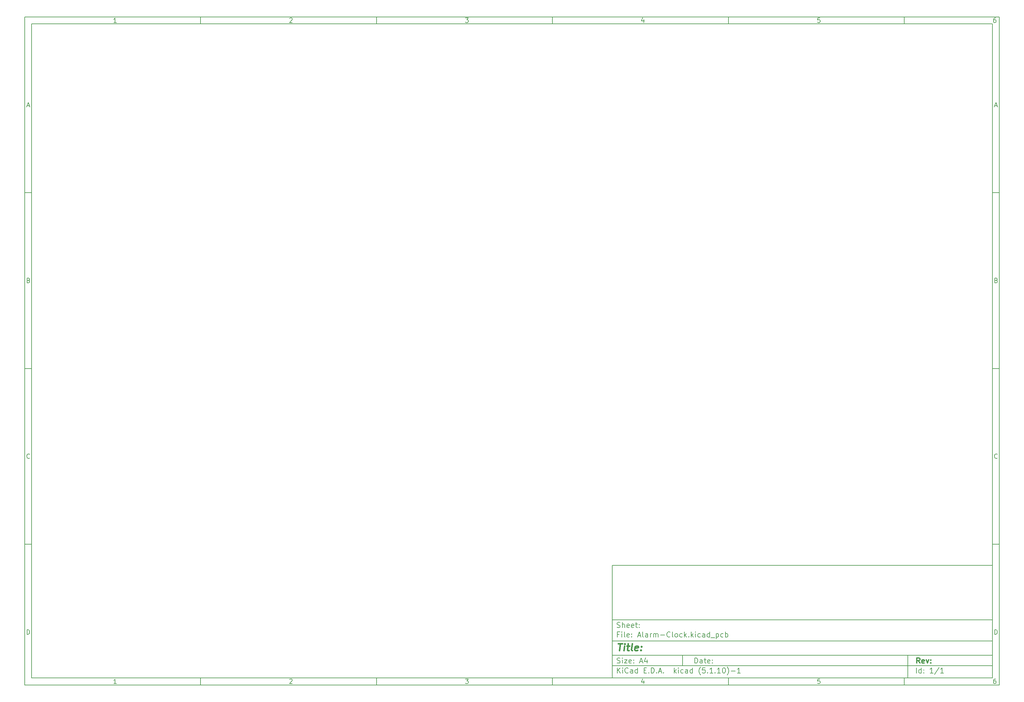
<source format=gbr>
%TF.GenerationSoftware,KiCad,Pcbnew,(5.1.10)-1*%
%TF.CreationDate,2021-11-24T23:11:51+01:00*%
%TF.ProjectId,Alarm-Clock,416c6172-6d2d-4436-9c6f-636b2e6b6963,rev?*%
%TF.SameCoordinates,Original*%
%TF.FileFunction,Paste,Bot*%
%TF.FilePolarity,Positive*%
%FSLAX46Y46*%
G04 Gerber Fmt 4.6, Leading zero omitted, Abs format (unit mm)*
G04 Created by KiCad (PCBNEW (5.1.10)-1) date 2021-11-24 23:11:51*
%MOMM*%
%LPD*%
G01*
G04 APERTURE LIST*
%ADD10C,0.100000*%
%ADD11C,0.150000*%
%ADD12C,0.300000*%
%ADD13C,0.400000*%
G04 APERTURE END LIST*
D10*
D11*
X177002200Y-166007200D02*
X177002200Y-198007200D01*
X285002200Y-198007200D01*
X285002200Y-166007200D01*
X177002200Y-166007200D01*
D10*
D11*
X10000000Y-10000000D02*
X10000000Y-200007200D01*
X287002200Y-200007200D01*
X287002200Y-10000000D01*
X10000000Y-10000000D01*
D10*
D11*
X12000000Y-12000000D02*
X12000000Y-198007200D01*
X285002200Y-198007200D01*
X285002200Y-12000000D01*
X12000000Y-12000000D01*
D10*
D11*
X60000000Y-12000000D02*
X60000000Y-10000000D01*
D10*
D11*
X110000000Y-12000000D02*
X110000000Y-10000000D01*
D10*
D11*
X160000000Y-12000000D02*
X160000000Y-10000000D01*
D10*
D11*
X210000000Y-12000000D02*
X210000000Y-10000000D01*
D10*
D11*
X260000000Y-12000000D02*
X260000000Y-10000000D01*
D10*
D11*
X36065476Y-11588095D02*
X35322619Y-11588095D01*
X35694047Y-11588095D02*
X35694047Y-10288095D01*
X35570238Y-10473809D01*
X35446428Y-10597619D01*
X35322619Y-10659523D01*
D10*
D11*
X85322619Y-10411904D02*
X85384523Y-10350000D01*
X85508333Y-10288095D01*
X85817857Y-10288095D01*
X85941666Y-10350000D01*
X86003571Y-10411904D01*
X86065476Y-10535714D01*
X86065476Y-10659523D01*
X86003571Y-10845238D01*
X85260714Y-11588095D01*
X86065476Y-11588095D01*
D10*
D11*
X135260714Y-10288095D02*
X136065476Y-10288095D01*
X135632142Y-10783333D01*
X135817857Y-10783333D01*
X135941666Y-10845238D01*
X136003571Y-10907142D01*
X136065476Y-11030952D01*
X136065476Y-11340476D01*
X136003571Y-11464285D01*
X135941666Y-11526190D01*
X135817857Y-11588095D01*
X135446428Y-11588095D01*
X135322619Y-11526190D01*
X135260714Y-11464285D01*
D10*
D11*
X185941666Y-10721428D02*
X185941666Y-11588095D01*
X185632142Y-10226190D02*
X185322619Y-11154761D01*
X186127380Y-11154761D01*
D10*
D11*
X236003571Y-10288095D02*
X235384523Y-10288095D01*
X235322619Y-10907142D01*
X235384523Y-10845238D01*
X235508333Y-10783333D01*
X235817857Y-10783333D01*
X235941666Y-10845238D01*
X236003571Y-10907142D01*
X236065476Y-11030952D01*
X236065476Y-11340476D01*
X236003571Y-11464285D01*
X235941666Y-11526190D01*
X235817857Y-11588095D01*
X235508333Y-11588095D01*
X235384523Y-11526190D01*
X235322619Y-11464285D01*
D10*
D11*
X285941666Y-10288095D02*
X285694047Y-10288095D01*
X285570238Y-10350000D01*
X285508333Y-10411904D01*
X285384523Y-10597619D01*
X285322619Y-10845238D01*
X285322619Y-11340476D01*
X285384523Y-11464285D01*
X285446428Y-11526190D01*
X285570238Y-11588095D01*
X285817857Y-11588095D01*
X285941666Y-11526190D01*
X286003571Y-11464285D01*
X286065476Y-11340476D01*
X286065476Y-11030952D01*
X286003571Y-10907142D01*
X285941666Y-10845238D01*
X285817857Y-10783333D01*
X285570238Y-10783333D01*
X285446428Y-10845238D01*
X285384523Y-10907142D01*
X285322619Y-11030952D01*
D10*
D11*
X60000000Y-198007200D02*
X60000000Y-200007200D01*
D10*
D11*
X110000000Y-198007200D02*
X110000000Y-200007200D01*
D10*
D11*
X160000000Y-198007200D02*
X160000000Y-200007200D01*
D10*
D11*
X210000000Y-198007200D02*
X210000000Y-200007200D01*
D10*
D11*
X260000000Y-198007200D02*
X260000000Y-200007200D01*
D10*
D11*
X36065476Y-199595295D02*
X35322619Y-199595295D01*
X35694047Y-199595295D02*
X35694047Y-198295295D01*
X35570238Y-198481009D01*
X35446428Y-198604819D01*
X35322619Y-198666723D01*
D10*
D11*
X85322619Y-198419104D02*
X85384523Y-198357200D01*
X85508333Y-198295295D01*
X85817857Y-198295295D01*
X85941666Y-198357200D01*
X86003571Y-198419104D01*
X86065476Y-198542914D01*
X86065476Y-198666723D01*
X86003571Y-198852438D01*
X85260714Y-199595295D01*
X86065476Y-199595295D01*
D10*
D11*
X135260714Y-198295295D02*
X136065476Y-198295295D01*
X135632142Y-198790533D01*
X135817857Y-198790533D01*
X135941666Y-198852438D01*
X136003571Y-198914342D01*
X136065476Y-199038152D01*
X136065476Y-199347676D01*
X136003571Y-199471485D01*
X135941666Y-199533390D01*
X135817857Y-199595295D01*
X135446428Y-199595295D01*
X135322619Y-199533390D01*
X135260714Y-199471485D01*
D10*
D11*
X185941666Y-198728628D02*
X185941666Y-199595295D01*
X185632142Y-198233390D02*
X185322619Y-199161961D01*
X186127380Y-199161961D01*
D10*
D11*
X236003571Y-198295295D02*
X235384523Y-198295295D01*
X235322619Y-198914342D01*
X235384523Y-198852438D01*
X235508333Y-198790533D01*
X235817857Y-198790533D01*
X235941666Y-198852438D01*
X236003571Y-198914342D01*
X236065476Y-199038152D01*
X236065476Y-199347676D01*
X236003571Y-199471485D01*
X235941666Y-199533390D01*
X235817857Y-199595295D01*
X235508333Y-199595295D01*
X235384523Y-199533390D01*
X235322619Y-199471485D01*
D10*
D11*
X285941666Y-198295295D02*
X285694047Y-198295295D01*
X285570238Y-198357200D01*
X285508333Y-198419104D01*
X285384523Y-198604819D01*
X285322619Y-198852438D01*
X285322619Y-199347676D01*
X285384523Y-199471485D01*
X285446428Y-199533390D01*
X285570238Y-199595295D01*
X285817857Y-199595295D01*
X285941666Y-199533390D01*
X286003571Y-199471485D01*
X286065476Y-199347676D01*
X286065476Y-199038152D01*
X286003571Y-198914342D01*
X285941666Y-198852438D01*
X285817857Y-198790533D01*
X285570238Y-198790533D01*
X285446428Y-198852438D01*
X285384523Y-198914342D01*
X285322619Y-199038152D01*
D10*
D11*
X10000000Y-60000000D02*
X12000000Y-60000000D01*
D10*
D11*
X10000000Y-110000000D02*
X12000000Y-110000000D01*
D10*
D11*
X10000000Y-160000000D02*
X12000000Y-160000000D01*
D10*
D11*
X10690476Y-35216666D02*
X11309523Y-35216666D01*
X10566666Y-35588095D02*
X11000000Y-34288095D01*
X11433333Y-35588095D01*
D10*
D11*
X11092857Y-84907142D02*
X11278571Y-84969047D01*
X11340476Y-85030952D01*
X11402380Y-85154761D01*
X11402380Y-85340476D01*
X11340476Y-85464285D01*
X11278571Y-85526190D01*
X11154761Y-85588095D01*
X10659523Y-85588095D01*
X10659523Y-84288095D01*
X11092857Y-84288095D01*
X11216666Y-84350000D01*
X11278571Y-84411904D01*
X11340476Y-84535714D01*
X11340476Y-84659523D01*
X11278571Y-84783333D01*
X11216666Y-84845238D01*
X11092857Y-84907142D01*
X10659523Y-84907142D01*
D10*
D11*
X11402380Y-135464285D02*
X11340476Y-135526190D01*
X11154761Y-135588095D01*
X11030952Y-135588095D01*
X10845238Y-135526190D01*
X10721428Y-135402380D01*
X10659523Y-135278571D01*
X10597619Y-135030952D01*
X10597619Y-134845238D01*
X10659523Y-134597619D01*
X10721428Y-134473809D01*
X10845238Y-134350000D01*
X11030952Y-134288095D01*
X11154761Y-134288095D01*
X11340476Y-134350000D01*
X11402380Y-134411904D01*
D10*
D11*
X10659523Y-185588095D02*
X10659523Y-184288095D01*
X10969047Y-184288095D01*
X11154761Y-184350000D01*
X11278571Y-184473809D01*
X11340476Y-184597619D01*
X11402380Y-184845238D01*
X11402380Y-185030952D01*
X11340476Y-185278571D01*
X11278571Y-185402380D01*
X11154761Y-185526190D01*
X10969047Y-185588095D01*
X10659523Y-185588095D01*
D10*
D11*
X287002200Y-60000000D02*
X285002200Y-60000000D01*
D10*
D11*
X287002200Y-110000000D02*
X285002200Y-110000000D01*
D10*
D11*
X287002200Y-160000000D02*
X285002200Y-160000000D01*
D10*
D11*
X285692676Y-35216666D02*
X286311723Y-35216666D01*
X285568866Y-35588095D02*
X286002200Y-34288095D01*
X286435533Y-35588095D01*
D10*
D11*
X286095057Y-84907142D02*
X286280771Y-84969047D01*
X286342676Y-85030952D01*
X286404580Y-85154761D01*
X286404580Y-85340476D01*
X286342676Y-85464285D01*
X286280771Y-85526190D01*
X286156961Y-85588095D01*
X285661723Y-85588095D01*
X285661723Y-84288095D01*
X286095057Y-84288095D01*
X286218866Y-84350000D01*
X286280771Y-84411904D01*
X286342676Y-84535714D01*
X286342676Y-84659523D01*
X286280771Y-84783333D01*
X286218866Y-84845238D01*
X286095057Y-84907142D01*
X285661723Y-84907142D01*
D10*
D11*
X286404580Y-135464285D02*
X286342676Y-135526190D01*
X286156961Y-135588095D01*
X286033152Y-135588095D01*
X285847438Y-135526190D01*
X285723628Y-135402380D01*
X285661723Y-135278571D01*
X285599819Y-135030952D01*
X285599819Y-134845238D01*
X285661723Y-134597619D01*
X285723628Y-134473809D01*
X285847438Y-134350000D01*
X286033152Y-134288095D01*
X286156961Y-134288095D01*
X286342676Y-134350000D01*
X286404580Y-134411904D01*
D10*
D11*
X285661723Y-185588095D02*
X285661723Y-184288095D01*
X285971247Y-184288095D01*
X286156961Y-184350000D01*
X286280771Y-184473809D01*
X286342676Y-184597619D01*
X286404580Y-184845238D01*
X286404580Y-185030952D01*
X286342676Y-185278571D01*
X286280771Y-185402380D01*
X286156961Y-185526190D01*
X285971247Y-185588095D01*
X285661723Y-185588095D01*
D10*
D11*
X200434342Y-193785771D02*
X200434342Y-192285771D01*
X200791485Y-192285771D01*
X201005771Y-192357200D01*
X201148628Y-192500057D01*
X201220057Y-192642914D01*
X201291485Y-192928628D01*
X201291485Y-193142914D01*
X201220057Y-193428628D01*
X201148628Y-193571485D01*
X201005771Y-193714342D01*
X200791485Y-193785771D01*
X200434342Y-193785771D01*
X202577200Y-193785771D02*
X202577200Y-193000057D01*
X202505771Y-192857200D01*
X202362914Y-192785771D01*
X202077200Y-192785771D01*
X201934342Y-192857200D01*
X202577200Y-193714342D02*
X202434342Y-193785771D01*
X202077200Y-193785771D01*
X201934342Y-193714342D01*
X201862914Y-193571485D01*
X201862914Y-193428628D01*
X201934342Y-193285771D01*
X202077200Y-193214342D01*
X202434342Y-193214342D01*
X202577200Y-193142914D01*
X203077200Y-192785771D02*
X203648628Y-192785771D01*
X203291485Y-192285771D02*
X203291485Y-193571485D01*
X203362914Y-193714342D01*
X203505771Y-193785771D01*
X203648628Y-193785771D01*
X204720057Y-193714342D02*
X204577200Y-193785771D01*
X204291485Y-193785771D01*
X204148628Y-193714342D01*
X204077200Y-193571485D01*
X204077200Y-193000057D01*
X204148628Y-192857200D01*
X204291485Y-192785771D01*
X204577200Y-192785771D01*
X204720057Y-192857200D01*
X204791485Y-193000057D01*
X204791485Y-193142914D01*
X204077200Y-193285771D01*
X205434342Y-193642914D02*
X205505771Y-193714342D01*
X205434342Y-193785771D01*
X205362914Y-193714342D01*
X205434342Y-193642914D01*
X205434342Y-193785771D01*
X205434342Y-192857200D02*
X205505771Y-192928628D01*
X205434342Y-193000057D01*
X205362914Y-192928628D01*
X205434342Y-192857200D01*
X205434342Y-193000057D01*
D10*
D11*
X177002200Y-194507200D02*
X285002200Y-194507200D01*
D10*
D11*
X178434342Y-196585771D02*
X178434342Y-195085771D01*
X179291485Y-196585771D02*
X178648628Y-195728628D01*
X179291485Y-195085771D02*
X178434342Y-195942914D01*
X179934342Y-196585771D02*
X179934342Y-195585771D01*
X179934342Y-195085771D02*
X179862914Y-195157200D01*
X179934342Y-195228628D01*
X180005771Y-195157200D01*
X179934342Y-195085771D01*
X179934342Y-195228628D01*
X181505771Y-196442914D02*
X181434342Y-196514342D01*
X181220057Y-196585771D01*
X181077200Y-196585771D01*
X180862914Y-196514342D01*
X180720057Y-196371485D01*
X180648628Y-196228628D01*
X180577200Y-195942914D01*
X180577200Y-195728628D01*
X180648628Y-195442914D01*
X180720057Y-195300057D01*
X180862914Y-195157200D01*
X181077200Y-195085771D01*
X181220057Y-195085771D01*
X181434342Y-195157200D01*
X181505771Y-195228628D01*
X182791485Y-196585771D02*
X182791485Y-195800057D01*
X182720057Y-195657200D01*
X182577200Y-195585771D01*
X182291485Y-195585771D01*
X182148628Y-195657200D01*
X182791485Y-196514342D02*
X182648628Y-196585771D01*
X182291485Y-196585771D01*
X182148628Y-196514342D01*
X182077200Y-196371485D01*
X182077200Y-196228628D01*
X182148628Y-196085771D01*
X182291485Y-196014342D01*
X182648628Y-196014342D01*
X182791485Y-195942914D01*
X184148628Y-196585771D02*
X184148628Y-195085771D01*
X184148628Y-196514342D02*
X184005771Y-196585771D01*
X183720057Y-196585771D01*
X183577200Y-196514342D01*
X183505771Y-196442914D01*
X183434342Y-196300057D01*
X183434342Y-195871485D01*
X183505771Y-195728628D01*
X183577200Y-195657200D01*
X183720057Y-195585771D01*
X184005771Y-195585771D01*
X184148628Y-195657200D01*
X186005771Y-195800057D02*
X186505771Y-195800057D01*
X186720057Y-196585771D02*
X186005771Y-196585771D01*
X186005771Y-195085771D01*
X186720057Y-195085771D01*
X187362914Y-196442914D02*
X187434342Y-196514342D01*
X187362914Y-196585771D01*
X187291485Y-196514342D01*
X187362914Y-196442914D01*
X187362914Y-196585771D01*
X188077200Y-196585771D02*
X188077200Y-195085771D01*
X188434342Y-195085771D01*
X188648628Y-195157200D01*
X188791485Y-195300057D01*
X188862914Y-195442914D01*
X188934342Y-195728628D01*
X188934342Y-195942914D01*
X188862914Y-196228628D01*
X188791485Y-196371485D01*
X188648628Y-196514342D01*
X188434342Y-196585771D01*
X188077200Y-196585771D01*
X189577200Y-196442914D02*
X189648628Y-196514342D01*
X189577200Y-196585771D01*
X189505771Y-196514342D01*
X189577200Y-196442914D01*
X189577200Y-196585771D01*
X190220057Y-196157200D02*
X190934342Y-196157200D01*
X190077200Y-196585771D02*
X190577200Y-195085771D01*
X191077200Y-196585771D01*
X191577200Y-196442914D02*
X191648628Y-196514342D01*
X191577200Y-196585771D01*
X191505771Y-196514342D01*
X191577200Y-196442914D01*
X191577200Y-196585771D01*
X194577200Y-196585771D02*
X194577200Y-195085771D01*
X194720057Y-196014342D02*
X195148628Y-196585771D01*
X195148628Y-195585771D02*
X194577200Y-196157200D01*
X195791485Y-196585771D02*
X195791485Y-195585771D01*
X195791485Y-195085771D02*
X195720057Y-195157200D01*
X195791485Y-195228628D01*
X195862914Y-195157200D01*
X195791485Y-195085771D01*
X195791485Y-195228628D01*
X197148628Y-196514342D02*
X197005771Y-196585771D01*
X196720057Y-196585771D01*
X196577200Y-196514342D01*
X196505771Y-196442914D01*
X196434342Y-196300057D01*
X196434342Y-195871485D01*
X196505771Y-195728628D01*
X196577200Y-195657200D01*
X196720057Y-195585771D01*
X197005771Y-195585771D01*
X197148628Y-195657200D01*
X198434342Y-196585771D02*
X198434342Y-195800057D01*
X198362914Y-195657200D01*
X198220057Y-195585771D01*
X197934342Y-195585771D01*
X197791485Y-195657200D01*
X198434342Y-196514342D02*
X198291485Y-196585771D01*
X197934342Y-196585771D01*
X197791485Y-196514342D01*
X197720057Y-196371485D01*
X197720057Y-196228628D01*
X197791485Y-196085771D01*
X197934342Y-196014342D01*
X198291485Y-196014342D01*
X198434342Y-195942914D01*
X199791485Y-196585771D02*
X199791485Y-195085771D01*
X199791485Y-196514342D02*
X199648628Y-196585771D01*
X199362914Y-196585771D01*
X199220057Y-196514342D01*
X199148628Y-196442914D01*
X199077200Y-196300057D01*
X199077200Y-195871485D01*
X199148628Y-195728628D01*
X199220057Y-195657200D01*
X199362914Y-195585771D01*
X199648628Y-195585771D01*
X199791485Y-195657200D01*
X202077200Y-197157200D02*
X202005771Y-197085771D01*
X201862914Y-196871485D01*
X201791485Y-196728628D01*
X201720057Y-196514342D01*
X201648628Y-196157200D01*
X201648628Y-195871485D01*
X201720057Y-195514342D01*
X201791485Y-195300057D01*
X201862914Y-195157200D01*
X202005771Y-194942914D01*
X202077200Y-194871485D01*
X203362914Y-195085771D02*
X202648628Y-195085771D01*
X202577200Y-195800057D01*
X202648628Y-195728628D01*
X202791485Y-195657200D01*
X203148628Y-195657200D01*
X203291485Y-195728628D01*
X203362914Y-195800057D01*
X203434342Y-195942914D01*
X203434342Y-196300057D01*
X203362914Y-196442914D01*
X203291485Y-196514342D01*
X203148628Y-196585771D01*
X202791485Y-196585771D01*
X202648628Y-196514342D01*
X202577200Y-196442914D01*
X204077200Y-196442914D02*
X204148628Y-196514342D01*
X204077200Y-196585771D01*
X204005771Y-196514342D01*
X204077200Y-196442914D01*
X204077200Y-196585771D01*
X205577200Y-196585771D02*
X204720057Y-196585771D01*
X205148628Y-196585771D02*
X205148628Y-195085771D01*
X205005771Y-195300057D01*
X204862914Y-195442914D01*
X204720057Y-195514342D01*
X206220057Y-196442914D02*
X206291485Y-196514342D01*
X206220057Y-196585771D01*
X206148628Y-196514342D01*
X206220057Y-196442914D01*
X206220057Y-196585771D01*
X207720057Y-196585771D02*
X206862914Y-196585771D01*
X207291485Y-196585771D02*
X207291485Y-195085771D01*
X207148628Y-195300057D01*
X207005771Y-195442914D01*
X206862914Y-195514342D01*
X208648628Y-195085771D02*
X208791485Y-195085771D01*
X208934342Y-195157200D01*
X209005771Y-195228628D01*
X209077200Y-195371485D01*
X209148628Y-195657200D01*
X209148628Y-196014342D01*
X209077200Y-196300057D01*
X209005771Y-196442914D01*
X208934342Y-196514342D01*
X208791485Y-196585771D01*
X208648628Y-196585771D01*
X208505771Y-196514342D01*
X208434342Y-196442914D01*
X208362914Y-196300057D01*
X208291485Y-196014342D01*
X208291485Y-195657200D01*
X208362914Y-195371485D01*
X208434342Y-195228628D01*
X208505771Y-195157200D01*
X208648628Y-195085771D01*
X209648628Y-197157200D02*
X209720057Y-197085771D01*
X209862914Y-196871485D01*
X209934342Y-196728628D01*
X210005771Y-196514342D01*
X210077200Y-196157200D01*
X210077200Y-195871485D01*
X210005771Y-195514342D01*
X209934342Y-195300057D01*
X209862914Y-195157200D01*
X209720057Y-194942914D01*
X209648628Y-194871485D01*
X210791485Y-196014342D02*
X211934342Y-196014342D01*
X213434342Y-196585771D02*
X212577200Y-196585771D01*
X213005771Y-196585771D02*
X213005771Y-195085771D01*
X212862914Y-195300057D01*
X212720057Y-195442914D01*
X212577200Y-195514342D01*
D10*
D11*
X177002200Y-191507200D02*
X285002200Y-191507200D01*
D10*
D12*
X264411485Y-193785771D02*
X263911485Y-193071485D01*
X263554342Y-193785771D02*
X263554342Y-192285771D01*
X264125771Y-192285771D01*
X264268628Y-192357200D01*
X264340057Y-192428628D01*
X264411485Y-192571485D01*
X264411485Y-192785771D01*
X264340057Y-192928628D01*
X264268628Y-193000057D01*
X264125771Y-193071485D01*
X263554342Y-193071485D01*
X265625771Y-193714342D02*
X265482914Y-193785771D01*
X265197200Y-193785771D01*
X265054342Y-193714342D01*
X264982914Y-193571485D01*
X264982914Y-193000057D01*
X265054342Y-192857200D01*
X265197200Y-192785771D01*
X265482914Y-192785771D01*
X265625771Y-192857200D01*
X265697200Y-193000057D01*
X265697200Y-193142914D01*
X264982914Y-193285771D01*
X266197200Y-192785771D02*
X266554342Y-193785771D01*
X266911485Y-192785771D01*
X267482914Y-193642914D02*
X267554342Y-193714342D01*
X267482914Y-193785771D01*
X267411485Y-193714342D01*
X267482914Y-193642914D01*
X267482914Y-193785771D01*
X267482914Y-192857200D02*
X267554342Y-192928628D01*
X267482914Y-193000057D01*
X267411485Y-192928628D01*
X267482914Y-192857200D01*
X267482914Y-193000057D01*
D10*
D11*
X178362914Y-193714342D02*
X178577200Y-193785771D01*
X178934342Y-193785771D01*
X179077200Y-193714342D01*
X179148628Y-193642914D01*
X179220057Y-193500057D01*
X179220057Y-193357200D01*
X179148628Y-193214342D01*
X179077200Y-193142914D01*
X178934342Y-193071485D01*
X178648628Y-193000057D01*
X178505771Y-192928628D01*
X178434342Y-192857200D01*
X178362914Y-192714342D01*
X178362914Y-192571485D01*
X178434342Y-192428628D01*
X178505771Y-192357200D01*
X178648628Y-192285771D01*
X179005771Y-192285771D01*
X179220057Y-192357200D01*
X179862914Y-193785771D02*
X179862914Y-192785771D01*
X179862914Y-192285771D02*
X179791485Y-192357200D01*
X179862914Y-192428628D01*
X179934342Y-192357200D01*
X179862914Y-192285771D01*
X179862914Y-192428628D01*
X180434342Y-192785771D02*
X181220057Y-192785771D01*
X180434342Y-193785771D01*
X181220057Y-193785771D01*
X182362914Y-193714342D02*
X182220057Y-193785771D01*
X181934342Y-193785771D01*
X181791485Y-193714342D01*
X181720057Y-193571485D01*
X181720057Y-193000057D01*
X181791485Y-192857200D01*
X181934342Y-192785771D01*
X182220057Y-192785771D01*
X182362914Y-192857200D01*
X182434342Y-193000057D01*
X182434342Y-193142914D01*
X181720057Y-193285771D01*
X183077200Y-193642914D02*
X183148628Y-193714342D01*
X183077200Y-193785771D01*
X183005771Y-193714342D01*
X183077200Y-193642914D01*
X183077200Y-193785771D01*
X183077200Y-192857200D02*
X183148628Y-192928628D01*
X183077200Y-193000057D01*
X183005771Y-192928628D01*
X183077200Y-192857200D01*
X183077200Y-193000057D01*
X184862914Y-193357200D02*
X185577200Y-193357200D01*
X184720057Y-193785771D02*
X185220057Y-192285771D01*
X185720057Y-193785771D01*
X186862914Y-192785771D02*
X186862914Y-193785771D01*
X186505771Y-192214342D02*
X186148628Y-193285771D01*
X187077200Y-193285771D01*
D10*
D11*
X263434342Y-196585771D02*
X263434342Y-195085771D01*
X264791485Y-196585771D02*
X264791485Y-195085771D01*
X264791485Y-196514342D02*
X264648628Y-196585771D01*
X264362914Y-196585771D01*
X264220057Y-196514342D01*
X264148628Y-196442914D01*
X264077200Y-196300057D01*
X264077200Y-195871485D01*
X264148628Y-195728628D01*
X264220057Y-195657200D01*
X264362914Y-195585771D01*
X264648628Y-195585771D01*
X264791485Y-195657200D01*
X265505771Y-196442914D02*
X265577200Y-196514342D01*
X265505771Y-196585771D01*
X265434342Y-196514342D01*
X265505771Y-196442914D01*
X265505771Y-196585771D01*
X265505771Y-195657200D02*
X265577200Y-195728628D01*
X265505771Y-195800057D01*
X265434342Y-195728628D01*
X265505771Y-195657200D01*
X265505771Y-195800057D01*
X268148628Y-196585771D02*
X267291485Y-196585771D01*
X267720057Y-196585771D02*
X267720057Y-195085771D01*
X267577200Y-195300057D01*
X267434342Y-195442914D01*
X267291485Y-195514342D01*
X269862914Y-195014342D02*
X268577200Y-196942914D01*
X271148628Y-196585771D02*
X270291485Y-196585771D01*
X270720057Y-196585771D02*
X270720057Y-195085771D01*
X270577200Y-195300057D01*
X270434342Y-195442914D01*
X270291485Y-195514342D01*
D10*
D11*
X177002200Y-187507200D02*
X285002200Y-187507200D01*
D10*
D13*
X178714580Y-188211961D02*
X179857438Y-188211961D01*
X179036009Y-190211961D02*
X179286009Y-188211961D01*
X180274104Y-190211961D02*
X180440771Y-188878628D01*
X180524104Y-188211961D02*
X180416961Y-188307200D01*
X180500295Y-188402438D01*
X180607438Y-188307200D01*
X180524104Y-188211961D01*
X180500295Y-188402438D01*
X181107438Y-188878628D02*
X181869342Y-188878628D01*
X181476485Y-188211961D02*
X181262200Y-189926247D01*
X181333628Y-190116723D01*
X181512200Y-190211961D01*
X181702676Y-190211961D01*
X182655057Y-190211961D02*
X182476485Y-190116723D01*
X182405057Y-189926247D01*
X182619342Y-188211961D01*
X184190771Y-190116723D02*
X183988390Y-190211961D01*
X183607438Y-190211961D01*
X183428866Y-190116723D01*
X183357438Y-189926247D01*
X183452676Y-189164342D01*
X183571723Y-188973866D01*
X183774104Y-188878628D01*
X184155057Y-188878628D01*
X184333628Y-188973866D01*
X184405057Y-189164342D01*
X184381247Y-189354819D01*
X183405057Y-189545295D01*
X185155057Y-190021485D02*
X185238390Y-190116723D01*
X185131247Y-190211961D01*
X185047914Y-190116723D01*
X185155057Y-190021485D01*
X185131247Y-190211961D01*
X185286009Y-188973866D02*
X185369342Y-189069104D01*
X185262200Y-189164342D01*
X185178866Y-189069104D01*
X185286009Y-188973866D01*
X185262200Y-189164342D01*
D10*
D11*
X178934342Y-185600057D02*
X178434342Y-185600057D01*
X178434342Y-186385771D02*
X178434342Y-184885771D01*
X179148628Y-184885771D01*
X179720057Y-186385771D02*
X179720057Y-185385771D01*
X179720057Y-184885771D02*
X179648628Y-184957200D01*
X179720057Y-185028628D01*
X179791485Y-184957200D01*
X179720057Y-184885771D01*
X179720057Y-185028628D01*
X180648628Y-186385771D02*
X180505771Y-186314342D01*
X180434342Y-186171485D01*
X180434342Y-184885771D01*
X181791485Y-186314342D02*
X181648628Y-186385771D01*
X181362914Y-186385771D01*
X181220057Y-186314342D01*
X181148628Y-186171485D01*
X181148628Y-185600057D01*
X181220057Y-185457200D01*
X181362914Y-185385771D01*
X181648628Y-185385771D01*
X181791485Y-185457200D01*
X181862914Y-185600057D01*
X181862914Y-185742914D01*
X181148628Y-185885771D01*
X182505771Y-186242914D02*
X182577200Y-186314342D01*
X182505771Y-186385771D01*
X182434342Y-186314342D01*
X182505771Y-186242914D01*
X182505771Y-186385771D01*
X182505771Y-185457200D02*
X182577200Y-185528628D01*
X182505771Y-185600057D01*
X182434342Y-185528628D01*
X182505771Y-185457200D01*
X182505771Y-185600057D01*
X184291485Y-185957200D02*
X185005771Y-185957200D01*
X184148628Y-186385771D02*
X184648628Y-184885771D01*
X185148628Y-186385771D01*
X185862914Y-186385771D02*
X185720057Y-186314342D01*
X185648628Y-186171485D01*
X185648628Y-184885771D01*
X187077200Y-186385771D02*
X187077200Y-185600057D01*
X187005771Y-185457200D01*
X186862914Y-185385771D01*
X186577200Y-185385771D01*
X186434342Y-185457200D01*
X187077200Y-186314342D02*
X186934342Y-186385771D01*
X186577200Y-186385771D01*
X186434342Y-186314342D01*
X186362914Y-186171485D01*
X186362914Y-186028628D01*
X186434342Y-185885771D01*
X186577200Y-185814342D01*
X186934342Y-185814342D01*
X187077200Y-185742914D01*
X187791485Y-186385771D02*
X187791485Y-185385771D01*
X187791485Y-185671485D02*
X187862914Y-185528628D01*
X187934342Y-185457200D01*
X188077200Y-185385771D01*
X188220057Y-185385771D01*
X188720057Y-186385771D02*
X188720057Y-185385771D01*
X188720057Y-185528628D02*
X188791485Y-185457200D01*
X188934342Y-185385771D01*
X189148628Y-185385771D01*
X189291485Y-185457200D01*
X189362914Y-185600057D01*
X189362914Y-186385771D01*
X189362914Y-185600057D02*
X189434342Y-185457200D01*
X189577200Y-185385771D01*
X189791485Y-185385771D01*
X189934342Y-185457200D01*
X190005771Y-185600057D01*
X190005771Y-186385771D01*
X190720057Y-185814342D02*
X191862914Y-185814342D01*
X193434342Y-186242914D02*
X193362914Y-186314342D01*
X193148628Y-186385771D01*
X193005771Y-186385771D01*
X192791485Y-186314342D01*
X192648628Y-186171485D01*
X192577200Y-186028628D01*
X192505771Y-185742914D01*
X192505771Y-185528628D01*
X192577200Y-185242914D01*
X192648628Y-185100057D01*
X192791485Y-184957200D01*
X193005771Y-184885771D01*
X193148628Y-184885771D01*
X193362914Y-184957200D01*
X193434342Y-185028628D01*
X194291485Y-186385771D02*
X194148628Y-186314342D01*
X194077200Y-186171485D01*
X194077200Y-184885771D01*
X195077200Y-186385771D02*
X194934342Y-186314342D01*
X194862914Y-186242914D01*
X194791485Y-186100057D01*
X194791485Y-185671485D01*
X194862914Y-185528628D01*
X194934342Y-185457200D01*
X195077200Y-185385771D01*
X195291485Y-185385771D01*
X195434342Y-185457200D01*
X195505771Y-185528628D01*
X195577200Y-185671485D01*
X195577200Y-186100057D01*
X195505771Y-186242914D01*
X195434342Y-186314342D01*
X195291485Y-186385771D01*
X195077200Y-186385771D01*
X196862914Y-186314342D02*
X196720057Y-186385771D01*
X196434342Y-186385771D01*
X196291485Y-186314342D01*
X196220057Y-186242914D01*
X196148628Y-186100057D01*
X196148628Y-185671485D01*
X196220057Y-185528628D01*
X196291485Y-185457200D01*
X196434342Y-185385771D01*
X196720057Y-185385771D01*
X196862914Y-185457200D01*
X197505771Y-186385771D02*
X197505771Y-184885771D01*
X197648628Y-185814342D02*
X198077200Y-186385771D01*
X198077200Y-185385771D02*
X197505771Y-185957200D01*
X198720057Y-186242914D02*
X198791485Y-186314342D01*
X198720057Y-186385771D01*
X198648628Y-186314342D01*
X198720057Y-186242914D01*
X198720057Y-186385771D01*
X199434342Y-186385771D02*
X199434342Y-184885771D01*
X199577200Y-185814342D02*
X200005771Y-186385771D01*
X200005771Y-185385771D02*
X199434342Y-185957200D01*
X200648628Y-186385771D02*
X200648628Y-185385771D01*
X200648628Y-184885771D02*
X200577200Y-184957200D01*
X200648628Y-185028628D01*
X200720057Y-184957200D01*
X200648628Y-184885771D01*
X200648628Y-185028628D01*
X202005771Y-186314342D02*
X201862914Y-186385771D01*
X201577200Y-186385771D01*
X201434342Y-186314342D01*
X201362914Y-186242914D01*
X201291485Y-186100057D01*
X201291485Y-185671485D01*
X201362914Y-185528628D01*
X201434342Y-185457200D01*
X201577200Y-185385771D01*
X201862914Y-185385771D01*
X202005771Y-185457200D01*
X203291485Y-186385771D02*
X203291485Y-185600057D01*
X203220057Y-185457200D01*
X203077200Y-185385771D01*
X202791485Y-185385771D01*
X202648628Y-185457200D01*
X203291485Y-186314342D02*
X203148628Y-186385771D01*
X202791485Y-186385771D01*
X202648628Y-186314342D01*
X202577200Y-186171485D01*
X202577200Y-186028628D01*
X202648628Y-185885771D01*
X202791485Y-185814342D01*
X203148628Y-185814342D01*
X203291485Y-185742914D01*
X204648628Y-186385771D02*
X204648628Y-184885771D01*
X204648628Y-186314342D02*
X204505771Y-186385771D01*
X204220057Y-186385771D01*
X204077200Y-186314342D01*
X204005771Y-186242914D01*
X203934342Y-186100057D01*
X203934342Y-185671485D01*
X204005771Y-185528628D01*
X204077200Y-185457200D01*
X204220057Y-185385771D01*
X204505771Y-185385771D01*
X204648628Y-185457200D01*
X205005771Y-186528628D02*
X206148628Y-186528628D01*
X206505771Y-185385771D02*
X206505771Y-186885771D01*
X206505771Y-185457200D02*
X206648628Y-185385771D01*
X206934342Y-185385771D01*
X207077200Y-185457200D01*
X207148628Y-185528628D01*
X207220057Y-185671485D01*
X207220057Y-186100057D01*
X207148628Y-186242914D01*
X207077200Y-186314342D01*
X206934342Y-186385771D01*
X206648628Y-186385771D01*
X206505771Y-186314342D01*
X208505771Y-186314342D02*
X208362914Y-186385771D01*
X208077200Y-186385771D01*
X207934342Y-186314342D01*
X207862914Y-186242914D01*
X207791485Y-186100057D01*
X207791485Y-185671485D01*
X207862914Y-185528628D01*
X207934342Y-185457200D01*
X208077200Y-185385771D01*
X208362914Y-185385771D01*
X208505771Y-185457200D01*
X209148628Y-186385771D02*
X209148628Y-184885771D01*
X209148628Y-185457200D02*
X209291485Y-185385771D01*
X209577200Y-185385771D01*
X209720057Y-185457200D01*
X209791485Y-185528628D01*
X209862914Y-185671485D01*
X209862914Y-186100057D01*
X209791485Y-186242914D01*
X209720057Y-186314342D01*
X209577200Y-186385771D01*
X209291485Y-186385771D01*
X209148628Y-186314342D01*
D10*
D11*
X177002200Y-181507200D02*
X285002200Y-181507200D01*
D10*
D11*
X178362914Y-183614342D02*
X178577200Y-183685771D01*
X178934342Y-183685771D01*
X179077200Y-183614342D01*
X179148628Y-183542914D01*
X179220057Y-183400057D01*
X179220057Y-183257200D01*
X179148628Y-183114342D01*
X179077200Y-183042914D01*
X178934342Y-182971485D01*
X178648628Y-182900057D01*
X178505771Y-182828628D01*
X178434342Y-182757200D01*
X178362914Y-182614342D01*
X178362914Y-182471485D01*
X178434342Y-182328628D01*
X178505771Y-182257200D01*
X178648628Y-182185771D01*
X179005771Y-182185771D01*
X179220057Y-182257200D01*
X179862914Y-183685771D02*
X179862914Y-182185771D01*
X180505771Y-183685771D02*
X180505771Y-182900057D01*
X180434342Y-182757200D01*
X180291485Y-182685771D01*
X180077200Y-182685771D01*
X179934342Y-182757200D01*
X179862914Y-182828628D01*
X181791485Y-183614342D02*
X181648628Y-183685771D01*
X181362914Y-183685771D01*
X181220057Y-183614342D01*
X181148628Y-183471485D01*
X181148628Y-182900057D01*
X181220057Y-182757200D01*
X181362914Y-182685771D01*
X181648628Y-182685771D01*
X181791485Y-182757200D01*
X181862914Y-182900057D01*
X181862914Y-183042914D01*
X181148628Y-183185771D01*
X183077200Y-183614342D02*
X182934342Y-183685771D01*
X182648628Y-183685771D01*
X182505771Y-183614342D01*
X182434342Y-183471485D01*
X182434342Y-182900057D01*
X182505771Y-182757200D01*
X182648628Y-182685771D01*
X182934342Y-182685771D01*
X183077200Y-182757200D01*
X183148628Y-182900057D01*
X183148628Y-183042914D01*
X182434342Y-183185771D01*
X183577200Y-182685771D02*
X184148628Y-182685771D01*
X183791485Y-182185771D02*
X183791485Y-183471485D01*
X183862914Y-183614342D01*
X184005771Y-183685771D01*
X184148628Y-183685771D01*
X184648628Y-183542914D02*
X184720057Y-183614342D01*
X184648628Y-183685771D01*
X184577200Y-183614342D01*
X184648628Y-183542914D01*
X184648628Y-183685771D01*
X184648628Y-182757200D02*
X184720057Y-182828628D01*
X184648628Y-182900057D01*
X184577200Y-182828628D01*
X184648628Y-182757200D01*
X184648628Y-182900057D01*
D10*
D11*
X197002200Y-191507200D02*
X197002200Y-194507200D01*
D10*
D11*
X261002200Y-191507200D02*
X261002200Y-198007200D01*
M02*

</source>
